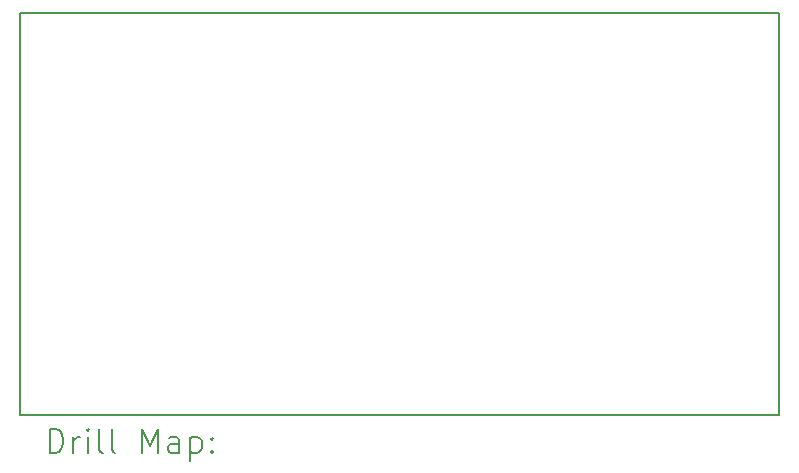
<source format=gbr>
%TF.GenerationSoftware,KiCad,Pcbnew,7.0.7*%
%TF.CreationDate,2024-02-07T23:55:42-05:00*%
%TF.ProjectId,Fluke_LCD,466c756b-655f-44c4-9344-2e6b69636164,rev?*%
%TF.SameCoordinates,Original*%
%TF.FileFunction,Drillmap*%
%TF.FilePolarity,Positive*%
%FSLAX45Y45*%
G04 Gerber Fmt 4.5, Leading zero omitted, Abs format (unit mm)*
G04 Created by KiCad (PCBNEW 7.0.7) date 2024-02-07 23:55:42*
%MOMM*%
%LPD*%
G01*
G04 APERTURE LIST*
%ADD10C,0.200000*%
G04 APERTURE END LIST*
D10*
X15189200Y-5207000D02*
X21615400Y-5207000D01*
X21615400Y-8610600D01*
X15189200Y-8610600D01*
X15189200Y-5207000D01*
X15439977Y-8932084D02*
X15439977Y-8732084D01*
X15439977Y-8732084D02*
X15487596Y-8732084D01*
X15487596Y-8732084D02*
X15516167Y-8741608D01*
X15516167Y-8741608D02*
X15535215Y-8760655D01*
X15535215Y-8760655D02*
X15544739Y-8779703D01*
X15544739Y-8779703D02*
X15554262Y-8817798D01*
X15554262Y-8817798D02*
X15554262Y-8846370D01*
X15554262Y-8846370D02*
X15544739Y-8884465D01*
X15544739Y-8884465D02*
X15535215Y-8903512D01*
X15535215Y-8903512D02*
X15516167Y-8922560D01*
X15516167Y-8922560D02*
X15487596Y-8932084D01*
X15487596Y-8932084D02*
X15439977Y-8932084D01*
X15639977Y-8932084D02*
X15639977Y-8798750D01*
X15639977Y-8836846D02*
X15649501Y-8817798D01*
X15649501Y-8817798D02*
X15659024Y-8808274D01*
X15659024Y-8808274D02*
X15678072Y-8798750D01*
X15678072Y-8798750D02*
X15697120Y-8798750D01*
X15763786Y-8932084D02*
X15763786Y-8798750D01*
X15763786Y-8732084D02*
X15754262Y-8741608D01*
X15754262Y-8741608D02*
X15763786Y-8751131D01*
X15763786Y-8751131D02*
X15773310Y-8741608D01*
X15773310Y-8741608D02*
X15763786Y-8732084D01*
X15763786Y-8732084D02*
X15763786Y-8751131D01*
X15887596Y-8932084D02*
X15868548Y-8922560D01*
X15868548Y-8922560D02*
X15859024Y-8903512D01*
X15859024Y-8903512D02*
X15859024Y-8732084D01*
X15992358Y-8932084D02*
X15973310Y-8922560D01*
X15973310Y-8922560D02*
X15963786Y-8903512D01*
X15963786Y-8903512D02*
X15963786Y-8732084D01*
X16220929Y-8932084D02*
X16220929Y-8732084D01*
X16220929Y-8732084D02*
X16287596Y-8874941D01*
X16287596Y-8874941D02*
X16354262Y-8732084D01*
X16354262Y-8732084D02*
X16354262Y-8932084D01*
X16535215Y-8932084D02*
X16535215Y-8827322D01*
X16535215Y-8827322D02*
X16525691Y-8808274D01*
X16525691Y-8808274D02*
X16506643Y-8798750D01*
X16506643Y-8798750D02*
X16468548Y-8798750D01*
X16468548Y-8798750D02*
X16449501Y-8808274D01*
X16535215Y-8922560D02*
X16516167Y-8932084D01*
X16516167Y-8932084D02*
X16468548Y-8932084D01*
X16468548Y-8932084D02*
X16449501Y-8922560D01*
X16449501Y-8922560D02*
X16439977Y-8903512D01*
X16439977Y-8903512D02*
X16439977Y-8884465D01*
X16439977Y-8884465D02*
X16449501Y-8865417D01*
X16449501Y-8865417D02*
X16468548Y-8855893D01*
X16468548Y-8855893D02*
X16516167Y-8855893D01*
X16516167Y-8855893D02*
X16535215Y-8846370D01*
X16630453Y-8798750D02*
X16630453Y-8998750D01*
X16630453Y-8808274D02*
X16649501Y-8798750D01*
X16649501Y-8798750D02*
X16687596Y-8798750D01*
X16687596Y-8798750D02*
X16706643Y-8808274D01*
X16706643Y-8808274D02*
X16716167Y-8817798D01*
X16716167Y-8817798D02*
X16725691Y-8836846D01*
X16725691Y-8836846D02*
X16725691Y-8893989D01*
X16725691Y-8893989D02*
X16716167Y-8913036D01*
X16716167Y-8913036D02*
X16706643Y-8922560D01*
X16706643Y-8922560D02*
X16687596Y-8932084D01*
X16687596Y-8932084D02*
X16649501Y-8932084D01*
X16649501Y-8932084D02*
X16630453Y-8922560D01*
X16811405Y-8913036D02*
X16820929Y-8922560D01*
X16820929Y-8922560D02*
X16811405Y-8932084D01*
X16811405Y-8932084D02*
X16801882Y-8922560D01*
X16801882Y-8922560D02*
X16811405Y-8913036D01*
X16811405Y-8913036D02*
X16811405Y-8932084D01*
X16811405Y-8808274D02*
X16820929Y-8817798D01*
X16820929Y-8817798D02*
X16811405Y-8827322D01*
X16811405Y-8827322D02*
X16801882Y-8817798D01*
X16801882Y-8817798D02*
X16811405Y-8808274D01*
X16811405Y-8808274D02*
X16811405Y-8827322D01*
M02*

</source>
